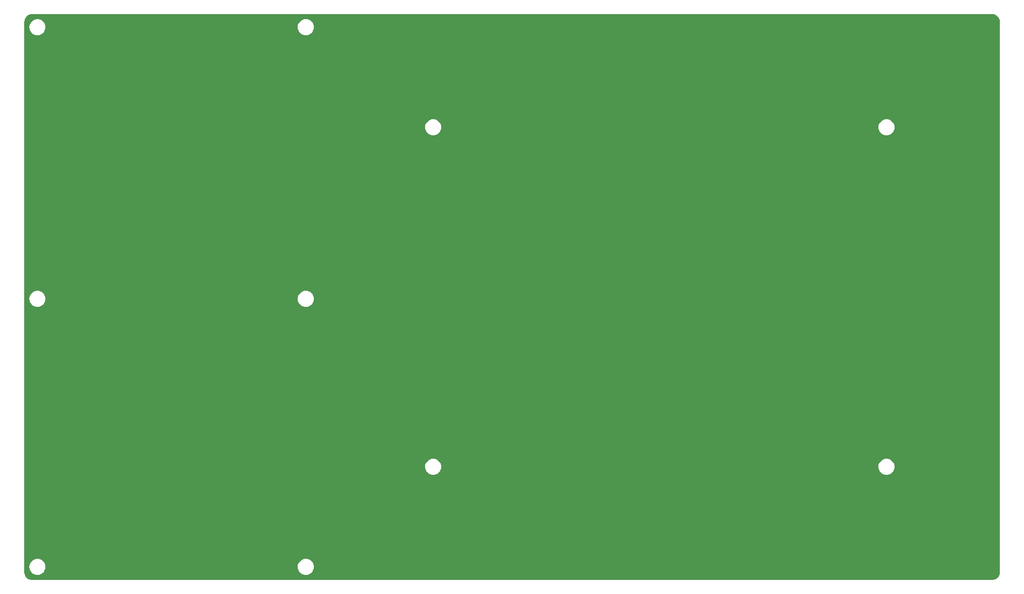
<source format=gbr>
%TF.GenerationSoftware,KiCad,Pcbnew,7.0.5*%
%TF.CreationDate,2024-09-25T00:15:12+08:00*%
%TF.ProjectId,TPS,5450532e-6b69-4636-9164-5f7063625858,rev?*%
%TF.SameCoordinates,Original*%
%TF.FileFunction,Copper,L1,Top*%
%TF.FilePolarity,Positive*%
%FSLAX46Y46*%
G04 Gerber Fmt 4.6, Leading zero omitted, Abs format (unit mm)*
G04 Created by KiCad (PCBNEW 7.0.5) date 2024-09-25 00:15:12*
%MOMM*%
%LPD*%
G01*
G04 APERTURE LIST*
G04 APERTURE END LIST*
%TA.AperFunction,NonConductor*%
G36*
X201157426Y-29000691D02*
G01*
X201160040Y-29000896D01*
X201212011Y-29004986D01*
X201352579Y-29017285D01*
X201370698Y-29020236D01*
X201450242Y-29039333D01*
X201451699Y-29039702D01*
X201538318Y-29062912D01*
X201561714Y-29069181D01*
X201569400Y-29071790D01*
X201618484Y-29092120D01*
X201654737Y-29107136D01*
X201657156Y-29108201D01*
X201754970Y-29153813D01*
X201761140Y-29157128D01*
X201803965Y-29183371D01*
X201841767Y-29206537D01*
X201844927Y-29208608D01*
X201931606Y-29269302D01*
X201936285Y-29272924D01*
X202008840Y-29334892D01*
X202012389Y-29338173D01*
X202086824Y-29412608D01*
X202090109Y-29416162D01*
X202152070Y-29488708D01*
X202155707Y-29493406D01*
X202216385Y-29580064D01*
X202218461Y-29583231D01*
X202267863Y-29663845D01*
X202271193Y-29670043D01*
X202316780Y-29767804D01*
X202317870Y-29770281D01*
X202353208Y-29855598D01*
X202355817Y-29863284D01*
X202385277Y-29973226D01*
X202385676Y-29974800D01*
X202404760Y-30054290D01*
X202407714Y-30072430D01*
X202420014Y-30213024D01*
X202424309Y-30267572D01*
X202424500Y-30272440D01*
X202424500Y-122977559D01*
X202424309Y-122982427D01*
X202420014Y-123036974D01*
X202407714Y-123177568D01*
X202404760Y-123195708D01*
X202385676Y-123275198D01*
X202385277Y-123276772D01*
X202355817Y-123386714D01*
X202353208Y-123394400D01*
X202317870Y-123479717D01*
X202316780Y-123482194D01*
X202271193Y-123579955D01*
X202267863Y-123586153D01*
X202218461Y-123666767D01*
X202216385Y-123669934D01*
X202155707Y-123756592D01*
X202152062Y-123761300D01*
X202090118Y-123833827D01*
X202086812Y-123837403D01*
X202012403Y-123911812D01*
X202008827Y-123915118D01*
X201936300Y-123977062D01*
X201931592Y-123980707D01*
X201844934Y-124041385D01*
X201841767Y-124043461D01*
X201761153Y-124092863D01*
X201754955Y-124096193D01*
X201657194Y-124141780D01*
X201654717Y-124142870D01*
X201569400Y-124178208D01*
X201561714Y-124180817D01*
X201451772Y-124210277D01*
X201450198Y-124210676D01*
X201370708Y-124229760D01*
X201352568Y-124232714D01*
X201211974Y-124245014D01*
X201157427Y-124249309D01*
X201152559Y-124249500D01*
X39733441Y-124249500D01*
X39728573Y-124249309D01*
X39674024Y-124245014D01*
X39533430Y-124232714D01*
X39515290Y-124229760D01*
X39435800Y-124210676D01*
X39434226Y-124210277D01*
X39324284Y-124180817D01*
X39316598Y-124178208D01*
X39231281Y-124142870D01*
X39228804Y-124141780D01*
X39131043Y-124096193D01*
X39124845Y-124092863D01*
X39044231Y-124043461D01*
X39041064Y-124041385D01*
X39008182Y-124018361D01*
X38954399Y-123980702D01*
X38949708Y-123977070D01*
X38877162Y-123915109D01*
X38873608Y-123911824D01*
X38799173Y-123837389D01*
X38795892Y-123833840D01*
X38733924Y-123761285D01*
X38730302Y-123756606D01*
X38669608Y-123669927D01*
X38667537Y-123666767D01*
X38650182Y-123638448D01*
X38618128Y-123586140D01*
X38614813Y-123579970D01*
X38569201Y-123482156D01*
X38568136Y-123479737D01*
X38553120Y-123443484D01*
X38532790Y-123394400D01*
X38530181Y-123386714D01*
X38513350Y-123323901D01*
X38500702Y-123276699D01*
X38500333Y-123275242D01*
X38481236Y-123195698D01*
X38478285Y-123177579D01*
X38465984Y-123036974D01*
X38461691Y-122982426D01*
X38461500Y-122977560D01*
X38461500Y-122050000D01*
X39305341Y-122050000D01*
X39325936Y-122285403D01*
X39325938Y-122285413D01*
X39387094Y-122513655D01*
X39387096Y-122513659D01*
X39387097Y-122513663D01*
X39437031Y-122620745D01*
X39486964Y-122727828D01*
X39486965Y-122727830D01*
X39622505Y-122921402D01*
X39789597Y-123088494D01*
X39983169Y-123224034D01*
X39983171Y-123224035D01*
X40197337Y-123323903D01*
X40425592Y-123385063D01*
X40602032Y-123400499D01*
X40602033Y-123400500D01*
X40602034Y-123400500D01*
X40719967Y-123400500D01*
X40719967Y-123400499D01*
X40896408Y-123385063D01*
X41124663Y-123323903D01*
X41338829Y-123224035D01*
X41532401Y-123088495D01*
X41699495Y-122921401D01*
X41835035Y-122727830D01*
X41934903Y-122513663D01*
X41996063Y-122285408D01*
X42016659Y-122050000D01*
X84419341Y-122050000D01*
X84439936Y-122285403D01*
X84439938Y-122285413D01*
X84501094Y-122513655D01*
X84501096Y-122513659D01*
X84501097Y-122513663D01*
X84551031Y-122620745D01*
X84600964Y-122727828D01*
X84600965Y-122727830D01*
X84736505Y-122921402D01*
X84903597Y-123088494D01*
X85097169Y-123224034D01*
X85097171Y-123224035D01*
X85311337Y-123323903D01*
X85539592Y-123385063D01*
X85716032Y-123400499D01*
X85716033Y-123400500D01*
X85716034Y-123400500D01*
X85833967Y-123400500D01*
X85833967Y-123400499D01*
X86010408Y-123385063D01*
X86238663Y-123323903D01*
X86452829Y-123224035D01*
X86646401Y-123088495D01*
X86813495Y-122921401D01*
X86949035Y-122727830D01*
X87048903Y-122513663D01*
X87110063Y-122285408D01*
X87130659Y-122050000D01*
X87110063Y-121814592D01*
X87048903Y-121586337D01*
X86949035Y-121372171D01*
X86949034Y-121372169D01*
X86813494Y-121178597D01*
X86646402Y-121011505D01*
X86452830Y-120875965D01*
X86452828Y-120875964D01*
X86345746Y-120826031D01*
X86238663Y-120776097D01*
X86238659Y-120776096D01*
X86238655Y-120776094D01*
X86010413Y-120714938D01*
X86010403Y-120714936D01*
X85833967Y-120699500D01*
X85833966Y-120699500D01*
X85716034Y-120699500D01*
X85716033Y-120699500D01*
X85539596Y-120714936D01*
X85539586Y-120714938D01*
X85311344Y-120776094D01*
X85311335Y-120776098D01*
X85097171Y-120875964D01*
X85097169Y-120875965D01*
X84903597Y-121011505D01*
X84736506Y-121178597D01*
X84736501Y-121178604D01*
X84600967Y-121372165D01*
X84600965Y-121372169D01*
X84501098Y-121586335D01*
X84501094Y-121586344D01*
X84439938Y-121814586D01*
X84439936Y-121814596D01*
X84419341Y-122049999D01*
X84419341Y-122050000D01*
X42016659Y-122050000D01*
X41996063Y-121814592D01*
X41934903Y-121586337D01*
X41835035Y-121372171D01*
X41835034Y-121372169D01*
X41699494Y-121178597D01*
X41532402Y-121011505D01*
X41338830Y-120875965D01*
X41338828Y-120875964D01*
X41231746Y-120826031D01*
X41124663Y-120776097D01*
X41124659Y-120776096D01*
X41124655Y-120776094D01*
X40896413Y-120714938D01*
X40896403Y-120714936D01*
X40719967Y-120699500D01*
X40719966Y-120699500D01*
X40602034Y-120699500D01*
X40602033Y-120699500D01*
X40425596Y-120714936D01*
X40425586Y-120714938D01*
X40197344Y-120776094D01*
X40197335Y-120776098D01*
X39983171Y-120875964D01*
X39983169Y-120875965D01*
X39789597Y-121011505D01*
X39622506Y-121178597D01*
X39622501Y-121178604D01*
X39486967Y-121372165D01*
X39486965Y-121372169D01*
X39387098Y-121586335D01*
X39387094Y-121586344D01*
X39325938Y-121814586D01*
X39325936Y-121814596D01*
X39305341Y-122049999D01*
X39305341Y-122050000D01*
X38461500Y-122050000D01*
X38461500Y-105200000D01*
X105819341Y-105200000D01*
X105839936Y-105435403D01*
X105839938Y-105435413D01*
X105901094Y-105663655D01*
X105901096Y-105663659D01*
X105901097Y-105663663D01*
X105951030Y-105770745D01*
X106000964Y-105877828D01*
X106000965Y-105877830D01*
X106136505Y-106071402D01*
X106303597Y-106238494D01*
X106497169Y-106374034D01*
X106497171Y-106374035D01*
X106711337Y-106473903D01*
X106939592Y-106535063D01*
X107116032Y-106550499D01*
X107116033Y-106550500D01*
X107116034Y-106550500D01*
X107233967Y-106550500D01*
X107233967Y-106550499D01*
X107410408Y-106535063D01*
X107638663Y-106473903D01*
X107852829Y-106374035D01*
X108046401Y-106238495D01*
X108213495Y-106071401D01*
X108349035Y-105877830D01*
X108448903Y-105663663D01*
X108510063Y-105435408D01*
X108530659Y-105200000D01*
X182019341Y-105200000D01*
X182039936Y-105435403D01*
X182039938Y-105435413D01*
X182101094Y-105663655D01*
X182101096Y-105663659D01*
X182101097Y-105663663D01*
X182151031Y-105770746D01*
X182200964Y-105877828D01*
X182200965Y-105877830D01*
X182336505Y-106071402D01*
X182503597Y-106238494D01*
X182697169Y-106374034D01*
X182697171Y-106374035D01*
X182911337Y-106473903D01*
X183139592Y-106535063D01*
X183316032Y-106550499D01*
X183316033Y-106550500D01*
X183316034Y-106550500D01*
X183433967Y-106550500D01*
X183433967Y-106550499D01*
X183610408Y-106535063D01*
X183838663Y-106473903D01*
X184052829Y-106374035D01*
X184246401Y-106238495D01*
X184413495Y-106071401D01*
X184549035Y-105877830D01*
X184648903Y-105663663D01*
X184710063Y-105435408D01*
X184730659Y-105200000D01*
X184710063Y-104964592D01*
X184648903Y-104736337D01*
X184549035Y-104522171D01*
X184549034Y-104522169D01*
X184413494Y-104328597D01*
X184246402Y-104161505D01*
X184052830Y-104025965D01*
X184052828Y-104025964D01*
X183945745Y-103976030D01*
X183838663Y-103926097D01*
X183838659Y-103926096D01*
X183838655Y-103926094D01*
X183610413Y-103864938D01*
X183610403Y-103864936D01*
X183433967Y-103849500D01*
X183433966Y-103849500D01*
X183316034Y-103849500D01*
X183316033Y-103849500D01*
X183139596Y-103864936D01*
X183139586Y-103864938D01*
X182911344Y-103926094D01*
X182911335Y-103926098D01*
X182697171Y-104025964D01*
X182697169Y-104025965D01*
X182503597Y-104161505D01*
X182336506Y-104328597D01*
X182336501Y-104328604D01*
X182200967Y-104522165D01*
X182200965Y-104522169D01*
X182101098Y-104736335D01*
X182101094Y-104736344D01*
X182039938Y-104964586D01*
X182039936Y-104964596D01*
X182019341Y-105199999D01*
X182019341Y-105200000D01*
X108530659Y-105200000D01*
X108510063Y-104964592D01*
X108448903Y-104736337D01*
X108349035Y-104522171D01*
X108349034Y-104522169D01*
X108213494Y-104328597D01*
X108046402Y-104161505D01*
X107852830Y-104025965D01*
X107852828Y-104025964D01*
X107745746Y-103976030D01*
X107638663Y-103926097D01*
X107638659Y-103926096D01*
X107638655Y-103926094D01*
X107410413Y-103864938D01*
X107410403Y-103864936D01*
X107233967Y-103849500D01*
X107233966Y-103849500D01*
X107116034Y-103849500D01*
X107116033Y-103849500D01*
X106939596Y-103864936D01*
X106939586Y-103864938D01*
X106711344Y-103926094D01*
X106711335Y-103926098D01*
X106497171Y-104025964D01*
X106497169Y-104025965D01*
X106303597Y-104161505D01*
X106136506Y-104328597D01*
X106136501Y-104328604D01*
X106000967Y-104522165D01*
X106000965Y-104522169D01*
X105901098Y-104736335D01*
X105901094Y-104736344D01*
X105839938Y-104964586D01*
X105839936Y-104964596D01*
X105819341Y-105199999D01*
X105819341Y-105200000D01*
X38461500Y-105200000D01*
X38461500Y-76936000D01*
X39305341Y-76936000D01*
X39325936Y-77171403D01*
X39325938Y-77171413D01*
X39387094Y-77399655D01*
X39387096Y-77399659D01*
X39387097Y-77399663D01*
X39437031Y-77506746D01*
X39486964Y-77613828D01*
X39486965Y-77613830D01*
X39622505Y-77807402D01*
X39789597Y-77974494D01*
X39983169Y-78110034D01*
X39983171Y-78110035D01*
X40197337Y-78209903D01*
X40425592Y-78271063D01*
X40602032Y-78286499D01*
X40602033Y-78286500D01*
X40602034Y-78286500D01*
X40719967Y-78286500D01*
X40719967Y-78286499D01*
X40896408Y-78271063D01*
X41124663Y-78209903D01*
X41338829Y-78110035D01*
X41532401Y-77974495D01*
X41699495Y-77807401D01*
X41835035Y-77613830D01*
X41934903Y-77399663D01*
X41996063Y-77171408D01*
X42016659Y-76936000D01*
X84419341Y-76936000D01*
X84439936Y-77171403D01*
X84439938Y-77171413D01*
X84501094Y-77399655D01*
X84501096Y-77399659D01*
X84501097Y-77399663D01*
X84551031Y-77506745D01*
X84600964Y-77613828D01*
X84600965Y-77613830D01*
X84736505Y-77807402D01*
X84903597Y-77974494D01*
X85097169Y-78110034D01*
X85097171Y-78110035D01*
X85311337Y-78209903D01*
X85539592Y-78271063D01*
X85716032Y-78286499D01*
X85716033Y-78286500D01*
X85716034Y-78286500D01*
X85833967Y-78286500D01*
X85833967Y-78286499D01*
X86010408Y-78271063D01*
X86238663Y-78209903D01*
X86452829Y-78110035D01*
X86646401Y-77974495D01*
X86813495Y-77807401D01*
X86949035Y-77613830D01*
X87048903Y-77399663D01*
X87110063Y-77171408D01*
X87130659Y-76936000D01*
X87110063Y-76700592D01*
X87048903Y-76472337D01*
X86949035Y-76258171D01*
X86949034Y-76258169D01*
X86813494Y-76064597D01*
X86646402Y-75897505D01*
X86452830Y-75761965D01*
X86452828Y-75761964D01*
X86345745Y-75712030D01*
X86238663Y-75662097D01*
X86238659Y-75662096D01*
X86238655Y-75662094D01*
X86010413Y-75600938D01*
X86010403Y-75600936D01*
X85833967Y-75585500D01*
X85833966Y-75585500D01*
X85716034Y-75585500D01*
X85716033Y-75585500D01*
X85539596Y-75600936D01*
X85539586Y-75600938D01*
X85311344Y-75662094D01*
X85311335Y-75662098D01*
X85097171Y-75761964D01*
X85097169Y-75761965D01*
X84903597Y-75897505D01*
X84736506Y-76064597D01*
X84736501Y-76064604D01*
X84600967Y-76258165D01*
X84600965Y-76258169D01*
X84501098Y-76472335D01*
X84501094Y-76472344D01*
X84439938Y-76700586D01*
X84439936Y-76700596D01*
X84419341Y-76935999D01*
X84419341Y-76936000D01*
X42016659Y-76936000D01*
X41996063Y-76700592D01*
X41934903Y-76472337D01*
X41835035Y-76258171D01*
X41835034Y-76258169D01*
X41699494Y-76064597D01*
X41532402Y-75897505D01*
X41338830Y-75761965D01*
X41338828Y-75761964D01*
X41231746Y-75712030D01*
X41124663Y-75662097D01*
X41124659Y-75662096D01*
X41124655Y-75662094D01*
X40896413Y-75600938D01*
X40896403Y-75600936D01*
X40719967Y-75585500D01*
X40719966Y-75585500D01*
X40602034Y-75585500D01*
X40602033Y-75585500D01*
X40425596Y-75600936D01*
X40425586Y-75600938D01*
X40197344Y-75662094D01*
X40197335Y-75662098D01*
X39983171Y-75761964D01*
X39983169Y-75761965D01*
X39789597Y-75897505D01*
X39622506Y-76064597D01*
X39622501Y-76064604D01*
X39486967Y-76258165D01*
X39486965Y-76258169D01*
X39387098Y-76472335D01*
X39387094Y-76472344D01*
X39325938Y-76700586D01*
X39325936Y-76700596D01*
X39305341Y-76935999D01*
X39305341Y-76936000D01*
X38461500Y-76936000D01*
X38461500Y-48050000D01*
X105819341Y-48050000D01*
X105839936Y-48285403D01*
X105839938Y-48285413D01*
X105901094Y-48513655D01*
X105901096Y-48513659D01*
X105901097Y-48513663D01*
X105951031Y-48620745D01*
X106000964Y-48727828D01*
X106000965Y-48727830D01*
X106136505Y-48921402D01*
X106303597Y-49088494D01*
X106497169Y-49224034D01*
X106497171Y-49224035D01*
X106711337Y-49323903D01*
X106939592Y-49385063D01*
X107116032Y-49400499D01*
X107116033Y-49400500D01*
X107116034Y-49400500D01*
X107233967Y-49400500D01*
X107233967Y-49400499D01*
X107410408Y-49385063D01*
X107638663Y-49323903D01*
X107852829Y-49224035D01*
X108046401Y-49088495D01*
X108213495Y-48921401D01*
X108349035Y-48727830D01*
X108448903Y-48513663D01*
X108510063Y-48285408D01*
X108530659Y-48050000D01*
X182019341Y-48050000D01*
X182039936Y-48285403D01*
X182039938Y-48285413D01*
X182101094Y-48513655D01*
X182101096Y-48513659D01*
X182101097Y-48513663D01*
X182151031Y-48620746D01*
X182200964Y-48727828D01*
X182200965Y-48727830D01*
X182336505Y-48921402D01*
X182503597Y-49088494D01*
X182697169Y-49224034D01*
X182697171Y-49224035D01*
X182911337Y-49323903D01*
X183139592Y-49385063D01*
X183316032Y-49400499D01*
X183316033Y-49400500D01*
X183316034Y-49400500D01*
X183433967Y-49400500D01*
X183433967Y-49400499D01*
X183610408Y-49385063D01*
X183838663Y-49323903D01*
X184052829Y-49224035D01*
X184246401Y-49088495D01*
X184413495Y-48921401D01*
X184549035Y-48727830D01*
X184648903Y-48513663D01*
X184710063Y-48285408D01*
X184730659Y-48050000D01*
X184710063Y-47814592D01*
X184648903Y-47586337D01*
X184549035Y-47372171D01*
X184549034Y-47372169D01*
X184413494Y-47178597D01*
X184246402Y-47011505D01*
X184052830Y-46875965D01*
X184052828Y-46875964D01*
X183945746Y-46826030D01*
X183838663Y-46776097D01*
X183838659Y-46776096D01*
X183838655Y-46776094D01*
X183610413Y-46714938D01*
X183610403Y-46714936D01*
X183433967Y-46699500D01*
X183433966Y-46699500D01*
X183316034Y-46699500D01*
X183316033Y-46699500D01*
X183139596Y-46714936D01*
X183139586Y-46714938D01*
X182911344Y-46776094D01*
X182911335Y-46776098D01*
X182697171Y-46875964D01*
X182697169Y-46875965D01*
X182503597Y-47011505D01*
X182336506Y-47178597D01*
X182336501Y-47178604D01*
X182200967Y-47372165D01*
X182200965Y-47372169D01*
X182101098Y-47586335D01*
X182101094Y-47586344D01*
X182039938Y-47814586D01*
X182039936Y-47814596D01*
X182019341Y-48049999D01*
X182019341Y-48050000D01*
X108530659Y-48050000D01*
X108510063Y-47814592D01*
X108448903Y-47586337D01*
X108349035Y-47372171D01*
X108349034Y-47372169D01*
X108213494Y-47178597D01*
X108046402Y-47011505D01*
X107852830Y-46875965D01*
X107852828Y-46875964D01*
X107745745Y-46826031D01*
X107638663Y-46776097D01*
X107638659Y-46776096D01*
X107638655Y-46776094D01*
X107410413Y-46714938D01*
X107410403Y-46714936D01*
X107233967Y-46699500D01*
X107233966Y-46699500D01*
X107116034Y-46699500D01*
X107116033Y-46699500D01*
X106939596Y-46714936D01*
X106939586Y-46714938D01*
X106711344Y-46776094D01*
X106711335Y-46776098D01*
X106497171Y-46875964D01*
X106497169Y-46875965D01*
X106303597Y-47011505D01*
X106136506Y-47178597D01*
X106136501Y-47178604D01*
X106000967Y-47372165D01*
X106000965Y-47372169D01*
X105901098Y-47586335D01*
X105901094Y-47586344D01*
X105839938Y-47814586D01*
X105839936Y-47814596D01*
X105819341Y-48049999D01*
X105819341Y-48050000D01*
X38461500Y-48050000D01*
X38461500Y-31200000D01*
X39305341Y-31200000D01*
X39325936Y-31435403D01*
X39325938Y-31435413D01*
X39387094Y-31663655D01*
X39387096Y-31663659D01*
X39387097Y-31663663D01*
X39437031Y-31770746D01*
X39486964Y-31877828D01*
X39486965Y-31877830D01*
X39622505Y-32071402D01*
X39789597Y-32238494D01*
X39983169Y-32374034D01*
X39983171Y-32374035D01*
X40197337Y-32473903D01*
X40425592Y-32535063D01*
X40602032Y-32550499D01*
X40602033Y-32550500D01*
X40602034Y-32550500D01*
X40719967Y-32550500D01*
X40719967Y-32550499D01*
X40896408Y-32535063D01*
X41124663Y-32473903D01*
X41338829Y-32374035D01*
X41532401Y-32238495D01*
X41699495Y-32071401D01*
X41835035Y-31877830D01*
X41934903Y-31663663D01*
X41996063Y-31435408D01*
X42016659Y-31200000D01*
X84419341Y-31200000D01*
X84439936Y-31435403D01*
X84439938Y-31435413D01*
X84501094Y-31663655D01*
X84501096Y-31663659D01*
X84501097Y-31663663D01*
X84551030Y-31770745D01*
X84600964Y-31877828D01*
X84600965Y-31877830D01*
X84736505Y-32071402D01*
X84903597Y-32238494D01*
X85097169Y-32374034D01*
X85097171Y-32374035D01*
X85311337Y-32473903D01*
X85539592Y-32535063D01*
X85716032Y-32550499D01*
X85716033Y-32550500D01*
X85716034Y-32550500D01*
X85833967Y-32550500D01*
X85833967Y-32550499D01*
X86010408Y-32535063D01*
X86238663Y-32473903D01*
X86452829Y-32374035D01*
X86646401Y-32238495D01*
X86813495Y-32071401D01*
X86949035Y-31877830D01*
X87048903Y-31663663D01*
X87110063Y-31435408D01*
X87130659Y-31200000D01*
X87110063Y-30964592D01*
X87048903Y-30736337D01*
X86949035Y-30522171D01*
X86949034Y-30522169D01*
X86813494Y-30328597D01*
X86646402Y-30161505D01*
X86452830Y-30025965D01*
X86452828Y-30025964D01*
X86338152Y-29972490D01*
X86238663Y-29926097D01*
X86238659Y-29926096D01*
X86238655Y-29926094D01*
X86010413Y-29864938D01*
X86010403Y-29864936D01*
X85833967Y-29849500D01*
X85833966Y-29849500D01*
X85716034Y-29849500D01*
X85716033Y-29849500D01*
X85539596Y-29864936D01*
X85539586Y-29864938D01*
X85311344Y-29926094D01*
X85311335Y-29926098D01*
X85097171Y-30025964D01*
X85097169Y-30025965D01*
X84903597Y-30161505D01*
X84736506Y-30328597D01*
X84736501Y-30328604D01*
X84600967Y-30522165D01*
X84600965Y-30522169D01*
X84501098Y-30736335D01*
X84501094Y-30736344D01*
X84439938Y-30964586D01*
X84439936Y-30964596D01*
X84419341Y-31199999D01*
X84419341Y-31200000D01*
X42016659Y-31200000D01*
X41996063Y-30964592D01*
X41934903Y-30736337D01*
X41835035Y-30522171D01*
X41835034Y-30522169D01*
X41699494Y-30328597D01*
X41532402Y-30161505D01*
X41338830Y-30025965D01*
X41338828Y-30025964D01*
X41224152Y-29972490D01*
X41124663Y-29926097D01*
X41124659Y-29926096D01*
X41124655Y-29926094D01*
X40896413Y-29864938D01*
X40896403Y-29864936D01*
X40719967Y-29849500D01*
X40719966Y-29849500D01*
X40602034Y-29849500D01*
X40602033Y-29849500D01*
X40425596Y-29864936D01*
X40425586Y-29864938D01*
X40197344Y-29926094D01*
X40197335Y-29926098D01*
X39983171Y-30025964D01*
X39983169Y-30025965D01*
X39789597Y-30161505D01*
X39622506Y-30328597D01*
X39622501Y-30328604D01*
X39486967Y-30522165D01*
X39486965Y-30522169D01*
X39387098Y-30736335D01*
X39387094Y-30736344D01*
X39325938Y-30964586D01*
X39325936Y-30964596D01*
X39305341Y-31199999D01*
X39305341Y-31200000D01*
X38461500Y-31200000D01*
X38461500Y-30272436D01*
X38461691Y-30267571D01*
X38465979Y-30213080D01*
X38478286Y-30072416D01*
X38481235Y-30054305D01*
X38500342Y-29974719D01*
X38500693Y-29973335D01*
X38530182Y-29863280D01*
X38532790Y-29855598D01*
X38535316Y-29849500D01*
X38568151Y-29770228D01*
X38569185Y-29767877D01*
X38614820Y-29670014D01*
X38618119Y-29663873D01*
X38667548Y-29583213D01*
X38669587Y-29580102D01*
X38730316Y-29493372D01*
X38733908Y-29488733D01*
X38795914Y-29416133D01*
X38799149Y-29412634D01*
X38873634Y-29338149D01*
X38877133Y-29334914D01*
X38949733Y-29272908D01*
X38954372Y-29269316D01*
X39041102Y-29208587D01*
X39044213Y-29206548D01*
X39124873Y-29157119D01*
X39131014Y-29153820D01*
X39228877Y-29108185D01*
X39231228Y-29107151D01*
X39316599Y-29071789D01*
X39324280Y-29069182D01*
X39434335Y-29039693D01*
X39435719Y-29039342D01*
X39515305Y-29020235D01*
X39533416Y-29017286D01*
X39674043Y-29004982D01*
X39721497Y-29001247D01*
X39728575Y-29000691D01*
X39733440Y-29000500D01*
X201152560Y-29000500D01*
X201157426Y-29000691D01*
G37*
%TD.AperFunction*%
M02*

</source>
